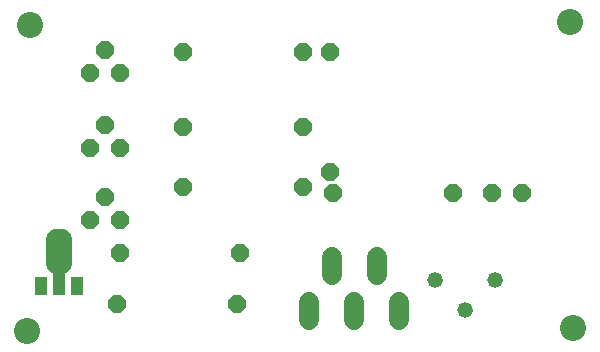
<source format=gbr>
G04 EAGLE Gerber RS-274X export*
G75*
%MOMM*%
%FSLAX34Y34*%
%LPD*%
%INSoldermask Top*%
%IPPOS*%
%AMOC8*
5,1,8,0,0,1.08239X$1,22.5*%
G01*
%ADD10C,2.203200*%
%ADD11P,1.649562X8X22.500000*%
%ADD12C,1.727200*%
%ADD13R,1.003200X1.603200*%
%ADD14R,1.003200X2.103200*%
%ADD15C,1.721103*%
%ADD16C,1.320800*%
%ADD17P,1.649562X8X112.500000*%
%ADD18P,1.649562X8X202.500000*%


D10*
X20320Y266700D03*
X477520Y269240D03*
X480060Y10160D03*
X17780Y7620D03*
D11*
X411480Y124460D03*
X436880Y124460D03*
X71120Y226060D03*
X83820Y245110D03*
X96520Y226060D03*
X71120Y162560D03*
X83820Y181610D03*
X96520Y162560D03*
X71120Y101600D03*
X83820Y120650D03*
X96520Y101600D03*
D12*
X256540Y31750D02*
X256540Y16510D01*
X275590Y54610D02*
X275590Y69850D01*
X294640Y31750D02*
X294640Y16510D01*
X313690Y54610D02*
X313690Y69850D01*
X332740Y31750D02*
X332740Y16510D01*
D13*
X29714Y45468D03*
X59694Y45468D03*
D14*
X44704Y48008D03*
D15*
X47275Y64017D02*
X42133Y64017D01*
X42133Y85339D01*
X47275Y85339D01*
X47275Y64017D01*
X47275Y80367D02*
X42133Y80367D01*
D11*
X149860Y243840D03*
X251460Y243840D03*
D16*
X363220Y50800D03*
X388620Y25400D03*
X414020Y50800D03*
D11*
X149860Y180340D03*
X251460Y180340D03*
X149860Y129540D03*
X251460Y129540D03*
X276860Y124460D03*
X378460Y124460D03*
D17*
X274320Y142240D03*
X274320Y243840D03*
D11*
X93980Y30480D03*
X195580Y30480D03*
D18*
X198120Y73660D03*
X96520Y73660D03*
M02*

</source>
